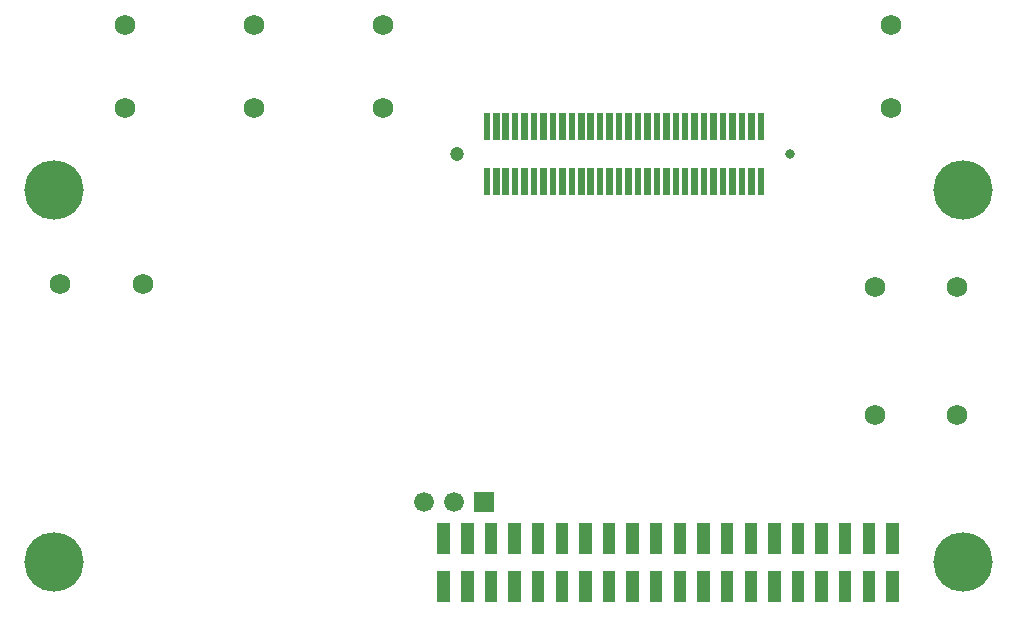
<source format=gbr>
G04 start of page 7 for group -4062 idx -4062 *
G04 Title: 96Boards CE I2S Mezzanine, soldermask *
G04 Creator: pcb 20140316 *
G04 CreationDate: Mon 17 Sep 2018 12:34:06 PM GMT UTC *
G04 For: adam *
G04 Format: Gerber/RS-274X *
G04 PCB-Dimensions (mm): 85.00 54.00 *
G04 PCB-Coordinate-Origin: lower left *
%MOMM*%
%FSLAX43Y43*%
%LNBOTTOMMASK*%
%ADD95R,1.050X1.050*%
%ADD94R,0.550X0.550*%
%ADD93C,5.030*%
%ADD92C,1.676*%
%ADD91C,0.002*%
%ADD90C,1.200*%
%ADD89C,1.754*%
%ADD88C,0.800*%
G54D88*X66350Y38550D03*
D03*
G54D89*X73500Y16500D03*
Y27300D03*
G54D90*X38150Y38550D03*
D03*
G54D89*X20950Y42500D03*
Y49500D03*
X31850Y42500D03*
Y49500D03*
X80500Y16500D03*
G54D91*G36*
X39562Y9938D02*Y8262D01*
X41238D01*
Y9938D01*
X39562D01*
G37*
G54D92*X37860Y9100D03*
X35320D03*
G54D89*X80500Y27300D03*
X11500Y27600D03*
X4500D03*
X74900Y42500D03*
X10000D03*
X74900Y49500D03*
X10000D03*
G54D93*X4000Y4000D03*
X81000D03*
X4000Y35500D03*
X81000D03*
G54D94*X50250Y37100D02*Y35350D01*
X47050Y37100D02*Y35350D01*
X46250Y37100D02*Y35350D01*
X45450Y37100D02*Y35350D01*
X42250Y37100D02*Y35350D01*
X41450Y37100D02*Y35350D01*
X40650Y37100D02*Y35350D01*
X49450Y37100D02*Y35350D01*
X48650Y37100D02*Y35350D01*
X47850Y37100D02*Y35350D01*
X44650Y37100D02*Y35350D01*
X43850Y37100D02*Y35350D01*
X43050Y37100D02*Y35350D01*
X60650Y37100D02*Y35350D01*
Y41750D02*Y40000D01*
X59850Y41750D02*Y40000D01*
X59050Y41750D02*Y40000D01*
X57450Y37100D02*Y35350D01*
X56650Y37100D02*Y35350D01*
X55850Y37100D02*Y35350D01*
X59850Y37100D02*Y35350D01*
X59050Y37100D02*Y35350D01*
X58250Y37100D02*Y35350D01*
Y41750D02*Y40000D01*
X57450Y41750D02*Y40000D01*
X56650Y41750D02*Y40000D01*
X55850Y41750D02*Y40000D01*
X63850Y41750D02*Y40000D01*
X63050Y41750D02*Y40000D01*
X62250Y41750D02*Y40000D01*
X63850Y37100D02*Y35350D01*
X63050Y37100D02*Y35350D01*
X61450Y41750D02*Y40000D01*
X62250Y37100D02*Y35350D01*
X61450Y37100D02*Y35350D01*
X55050Y37100D02*Y35350D01*
X54250Y37100D02*Y35350D01*
X53450Y37100D02*Y35350D01*
X52650Y41750D02*Y40000D01*
X51850Y41750D02*Y40000D01*
X51050Y41750D02*Y40000D01*
X55050Y41750D02*Y40000D01*
X54250Y41750D02*Y40000D01*
X53450Y41750D02*Y40000D01*
X52650Y37100D02*Y35350D01*
X51850Y37100D02*Y35350D01*
X51050Y37100D02*Y35350D01*
X50250Y41750D02*Y40000D01*
X49450Y41750D02*Y40000D01*
X48650Y41750D02*Y40000D01*
X47850Y41750D02*Y40000D01*
X47050Y41750D02*Y40000D01*
X42250Y41750D02*Y40000D01*
X41450Y41750D02*Y40000D01*
X40650Y41750D02*Y40000D01*
X46250Y41750D02*Y40000D01*
X45450Y41750D02*Y40000D01*
X44650Y41750D02*Y40000D01*
X43850Y41750D02*Y40000D01*
X43050Y41750D02*Y40000D01*
G54D95*X75000Y6850D02*Y5250D01*
Y2750D02*Y1150D01*
X71000Y6850D02*Y5250D01*
Y2750D02*Y1150D01*
X69000Y2750D02*Y1150D01*
X67000Y2750D02*Y1150D01*
X73000Y6850D02*Y5250D01*
Y2750D02*Y1150D01*
X69000Y6850D02*Y5250D01*
X67000Y6850D02*Y5250D01*
X65000Y2750D02*Y1150D01*
X63000Y2750D02*Y1150D01*
Y6850D02*Y5250D01*
X65000Y6850D02*Y5250D01*
X61000Y6850D02*Y5250D01*
Y2750D02*Y1150D01*
X59000Y2750D02*Y1150D01*
X55000Y2750D02*Y1150D01*
X53000Y2750D02*Y1150D01*
X59000Y6850D02*Y5250D01*
X57000Y6850D02*Y5250D01*
Y2750D02*Y1150D01*
X55000Y6850D02*Y5250D01*
X53000Y6850D02*Y5250D01*
X51000Y6850D02*Y5250D01*
X49000Y2750D02*Y1150D01*
X51000Y2750D02*Y1150D01*
X47000Y2750D02*Y1150D01*
X45000Y2750D02*Y1150D01*
X49000Y6850D02*Y5250D01*
X47000Y6850D02*Y5250D01*
X45000Y6850D02*Y5250D01*
X43000Y2750D02*Y1150D01*
X41000Y2750D02*Y1150D01*
X43000Y6850D02*Y5250D01*
X41000Y6850D02*Y5250D01*
X39000Y6850D02*Y5250D01*
X37000Y6850D02*Y5250D01*
X39000Y2750D02*Y1150D01*
X37000Y2750D02*Y1150D01*
M02*

</source>
